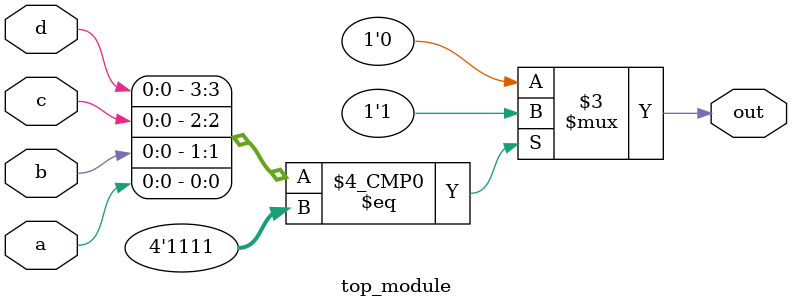
<source format=sv>
module top_module (
  input a, 
  input b,
  input c,
  input d,
  output reg out
);

  always @(a or b or c or d) begin
    case ({d, c, b, a})
      4'b0000: out = 1'b0;
      4'b1111: out = 1'b1;
      default:  out = 1'b0;
    endcase
  end

endmodule

</source>
